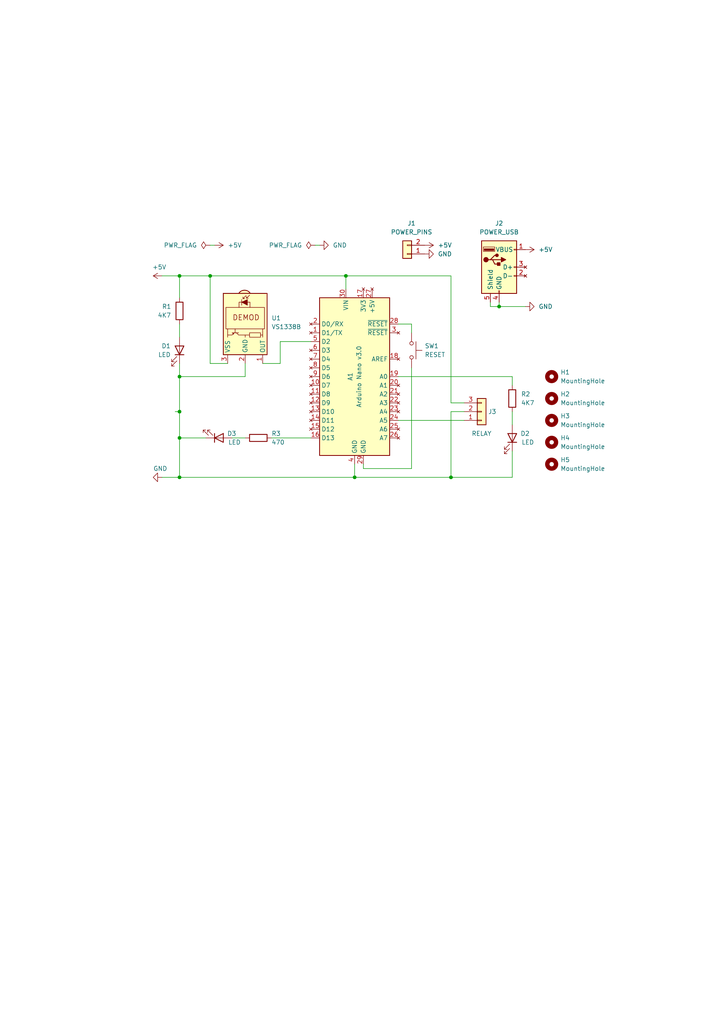
<source format=kicad_sch>
(kicad_sch (version 20211123) (generator eeschema)
  (paper "A4" portrait)
  (lib_symbols
    (symbol "Connector_Generic:Conn_01x02" (pin_names (offset 1.016) hide)
      (property "Reference" "J" (at 0 2.54 0))
      (property "Value" "Conn_01x02" (at 0 -5.08 0))
      (symbol "Conn_01x02_1_1"
        (rectangle (start -1.27 -2.413) (end 0 -2.667) (stroke (width 0.1524)))
        (rectangle (start -1.27 0.127) (end 0 -0.127) (stroke (width 0.1524)))
        (rectangle (start -1.27 1.27) (end 1.27 -3.81) (stroke (width 0.254)) (fill (type background)))
        (pin passive line (at -5.08 0 0) (length 3.81) (name "Pin_1") (number "1"))
        (pin passive line (at -5.08 -2.54 0) (length 3.81) (name "Pin_2") (number "2"))
      )
    )
    (symbol "Connector_Generic:Conn_01x03" (pin_names (offset 1.016) hide)
      (property "Reference" "J" (at 0 5.08 0))
      (property "Value" "Conn_01x03" (at 0 -5.08 0))
      (symbol "Conn_01x03_1_1"
        (rectangle (start -1.27 -2.413) (end 0 -2.667) (stroke (width 0.1524)))
        (rectangle (start -1.27 0.127) (end 0 -0.127) (stroke (width 0.1524)))
        (rectangle (start -1.27 2.667) (end 0 2.413) (stroke (width 0.1524)))
        (rectangle (start -1.27 3.81) (end 1.27 -3.81) (stroke (width 0.254)) (fill (type background)))
        (pin passive line (at -5.08 2.54 0) (length 3.81) (name "Pin_1") (number "1"))
        (pin passive line (at -5.08 0 0) (length 3.81) (name "Pin_2") (number "2"))
        (pin passive line (at -5.08 -2.54 0) (length 3.81) (name "Pin_3") (number "3"))
      )
    )
    (symbol "Custom:USB_A_OnlyPower" (pin_names (offset 1.016))
      (property "Reference" "J" (at -7.62 6.35 0))
      (property "Value" "USB_A_OnlyPower" (at -2.54 15.24 0))
      (symbol "USB_A_OnlyPower_0_1"
        (rectangle (start -5.08 -7.62) (end 5.08 7.62) (stroke (width 0.254)) (fill (type background)))
        (circle (center -3.81 2.159) (radius 0.635) (stroke (width 0.254)) (fill (type outline)))
        (rectangle (start -1.524 4.826) (end -4.318 5.334) (fill (type outline)))
        (rectangle (start -1.27 4.572) (end -4.572 5.842))
        (circle (center -0.635 3.429) (radius 0.381) (stroke (width 0.254)) (fill (type outline)))
        (rectangle (start -0.127 -7.62) (end 0.127 -6.858))
        (polyline (pts (xy -3.175 2.159) (xy -2.54 2.159) (xy -1.27 3.429) (xy -0.635 3.429)) (stroke (width 0.254)))
        (polyline (pts (xy -2.54 2.159) (xy -1.905 2.159) (xy -1.27 0.889) (xy 0 0.889)) (stroke (width 0.254)))
        (polyline (pts (xy 0.635 2.794) (xy 0.635 1.524) (xy 1.905 2.159) (xy 0.635 2.794)) (stroke (width 0.254)) (fill (type outline)))
        (rectangle (start 0.254 1.27) (end -0.508 0.508) (stroke (width 0.254)) (fill (type outline)))
        (rectangle (start 5.08 -2.667) (end 4.318 -2.413))
        (rectangle (start 5.08 -0.127) (end 4.318 0.127))
        (rectangle (start 5.08 4.953) (end 4.318 5.207))
      )
      (symbol "USB_A_OnlyPower_1_1"
        (polyline (pts (xy -1.905 2.159) (xy 0.635 2.159)) (stroke (width 0.254)))
        (pin power_in line (at 7.62 5.08 180) (length 2.54) (name "VBUS") (number "1"))
        (pin no_connect line (at 7.62 -2.54 180) (length 2.54) (name "D-") (number "2"))
        (pin no_connect line (at 7.62 0 180) (length 2.54) (name "D+") (number "3"))
        (pin power_in line (at 0 -10.16 90) (length 2.54) (name "GND") (number "4"))
        (pin passive line (at -2.54 -10.16 90) (length 2.54) (name "Shield") (number "5"))
      )
    )
    (symbol "Custom:VS1338B"
      (property "Reference" "U" (at -12.7 5.08 0))
      (property "Value" "VS1338B" (at -10.16 -7.62 0))
      (symbol "VS1338B_0_0"
        (arc (start -10.287 1.397) (mid -11.0899 -0.1905) (end -10.287 -1.778) (stroke (width 0.254)) (fill (type background)))
        (polyline (pts (xy 1.905 -5.08) (xy 0.127 -5.08)))
        (polyline (pts (xy 1.905 5.08) (xy 0.127 5.08)))
        (text "DEMOD" (at -3.175 0.254 900) (effects (font (size 1.524 1.524))))
      )
      (symbol "VS1338B_0_1"
        (rectangle (start -6.096 5.588) (end 0.127 -5.588))
        (polyline (pts (xy -8.763 0.381) (xy -9.652 1.27)))
        (polyline (pts (xy -8.763 0.381) (xy -9.271 0.381)))
        (polyline (pts (xy -8.763 0.381) (xy -8.763 0.889)))
        (polyline (pts (xy -8.636 -0.635) (xy -9.525 0.254)))
        (polyline (pts (xy -8.636 -0.635) (xy -9.144 -0.635)))
        (polyline (pts (xy -8.636 -0.635) (xy -8.636 -0.127)))
        (polyline (pts (xy -8.382 -1.016) (xy -6.731 -1.016)))
        (polyline (pts (xy 1.27 -2.921) (xy 0.127 -2.921)))
        (polyline (pts (xy 1.27 -1.905) (xy 1.27 -3.81)))
        (polyline (pts (xy 1.397 -3.556) (xy 1.524 -3.556)))
        (polyline (pts (xy 1.651 -3.556) (xy 1.524 -3.556)))
        (polyline (pts (xy 1.651 -3.556) (xy 1.651 -3.302)))
        (polyline (pts (xy 1.905 0) (xy 1.905 1.27)))
        (polyline (pts (xy 1.905 4.445) (xy 1.905 5.08) (xy 2.54 5.08)))
        (polyline (pts (xy -8.382 0.635) (xy -6.731 0.635) (xy -7.62 -1.016) (xy -8.382 0.635)) (fill (type outline)))
        (polyline (pts (xy -6.096 1.397) (xy -7.62 1.397) (xy -7.62 -1.778) (xy -6.096 -1.778)))
        (polyline (pts (xy 1.27 -3.175) (xy 1.905 -3.81) (xy 1.905 -5.08) (xy 2.54 -5.08)))
        (polyline (pts (xy 1.27 -2.54) (xy 1.905 -1.905) (xy 1.905 0) (xy 2.54 0)))
        (rectangle (start 2.54 1.27) (end 1.27 4.445))
        (rectangle (start 7.62 6.35) (end -10.16 -6.35) (stroke (width 0.254)) (fill (type background)))
      )
      (symbol "VS1338B_1_1"
        (pin output line (at 10.16 5.08 180) (length 2.54) (name "OUT") (number "1"))
        (pin power_in line (at 10.16 0 180) (length 2.54) (name "GND") (number "2"))
        (pin power_in line (at 10.16 -5.08 180) (length 2.54) (name "VSS") (number "3"))
      )
    )
    (symbol "Device:LED" (pin_numbers hide) (pin_names (offset 1.016) hide)
      (property "Reference" "D" (at 0 2.54 0))
      (property "Value" "LED" (at 0 -2.54 0))
      (symbol "LED_0_1"
        (polyline (pts (xy -1.27 -1.27) (xy -1.27 1.27)) (stroke (width 0.254)))
        (polyline (pts (xy -1.27 0) (xy 1.27 0)))
        (polyline (pts (xy 1.27 -1.27) (xy 1.27 1.27) (xy -1.27 0) (xy 1.27 -1.27)) (stroke (width 0.254)))
        (polyline (pts (xy -3.048 -0.762) (xy -4.572 -2.286) (xy -3.81 -2.286) (xy -4.572 -2.286) (xy -4.572 -1.524)))
        (polyline (pts (xy -1.778 -0.762) (xy -3.302 -2.286) (xy -2.54 -2.286) (xy -3.302 -2.286) (xy -3.302 -1.524)))
      )
      (symbol "LED_1_1"
        (pin passive line (at -3.81 0 0) (length 2.54) (name "K") (number "1"))
        (pin passive line (at 3.81 0 180) (length 2.54) (name "A") (number "2"))
      )
    )
    (symbol "Device:R" (pin_numbers hide) (pin_names (offset 0))
      (property "Reference" "R" (at 2.032 0 90))
      (property "Value" "R" (at 0 0 90))
      (symbol "R_0_1"
        (rectangle (start -1.016 -2.54) (end 1.016 2.54) (stroke (width 0.254)))
      )
      (symbol "R_1_1"
        (pin passive line (at 0 3.81 270) (length 1.27) (name "~") (number "1"))
        (pin passive line (at 0 -3.81 90) (length 1.27) (name "~") (number "2"))
      )
    )
    (symbol "MCU_Module:Arduino_Nano_v3.x"
      (property "Reference" "A1" (at -1.27 0 90))
      (property "Value" "Arduino Nano v3.0" (at 1.27 0 90))
      (symbol "Arduino_Nano_v3.x_0_1"
        (rectangle (start -10.16 22.86) (end 10.16 -22.86) (stroke (width 0.254)) (fill (type background)))
      )
      (symbol "Arduino_Nano_v3.x_1_1"
        (pin no_connect line (at -12.7 12.7 0) (length 2.54) (name "D1/TX") (number "1"))
        (pin no_connect line (at -12.7 -2.54 0) (length 2.54) (name "D7") (number "10"))
        (pin no_connect line (at -12.7 -5.08 0) (length 2.54) (name "D8") (number "11"))
        (pin no_connect line (at -12.7 -7.62 0) (length 2.54) (name "D9") (number "12"))
        (pin no_connect line (at -12.7 -10.16 0) (length 2.54) (name "D10") (number "13"))
        (pin no_connect line (at -12.7 -12.7 0) (length 2.54) (name "D11") (number "14"))
        (pin no_connect line (at -12.7 -15.24 0) (length 2.54) (name "D12") (number "15"))
        (pin bidirectional line (at -12.7 -17.78 0) (length 2.54) (name "D13") (number "16"))
        (pin no_connect line (at 2.54 25.4 270) (length 2.54) (name "3V3") (number "17"))
        (pin no_connect line (at 12.7 5.08 180) (length 2.54) (name "AREF") (number "18"))
        (pin bidirectional line (at 12.7 0 180) (length 2.54) (name "A0") (number "19"))
        (pin no_connect line (at -12.7 15.24 0) (length 2.54) (name "D0/RX") (number "2"))
        (pin no_connect line (at 12.7 -2.54 180) (length 2.54) (name "A1") (number "20"))
        (pin no_connect line (at 12.7 -5.08 180) (length 2.54) (name "A2") (number "21"))
        (pin no_connect line (at 12.7 -7.62 180) (length 2.54) (name "A3") (number "22"))
        (pin no_connect line (at 12.7 -10.16 180) (length 2.54) (name "A4") (number "23"))
        (pin bidirectional line (at 12.7 -12.7 180) (length 2.54) (name "A5") (number "24"))
        (pin no_connect line (at 12.7 -15.24 180) (length 2.54) (name "A6") (number "25"))
        (pin no_connect line (at 12.7 -17.78 180) (length 2.54) (name "A7") (number "26"))
        (pin no_connect line (at 5.08 25.4 270) (length 2.54) (name "+5V") (number "27"))
        (pin input line (at 12.7 15.24 180) (length 2.54) (name "~{RESET}") (number "28"))
        (pin input line (at 2.54 -25.4 90) (length 2.54) (name "GND") (number "29"))
        (pin no_connect line (at 12.7 12.7 180) (length 2.54) (name "~{RESET}") (number "3"))
        (pin power_in line (at -2.54 25.4 270) (length 2.54) (name "VIN") (number "30"))
        (pin power_in line (at 0 -25.4 90) (length 2.54) (name "GND") (number "4"))
        (pin bidirectional line (at -12.7 10.16 0) (length 2.54) (name "D2") (number "5"))
        (pin no_connect line (at -12.7 7.62 0) (length 2.54) (name "D3") (number "6"))
        (pin no_connect line (at -12.7 5.08 0) (length 2.54) (name "D4") (number "7"))
        (pin no_connect line (at -12.7 2.54 0) (length 2.54) (name "D5") (number "8"))
        (pin no_connect line (at -12.7 0 0) (length 2.54) (name "D6") (number "9"))
      )
    )
    (symbol "Mechanical:MountingHole" (pin_names (offset 1.016))
      (property "Reference" "H" (at 0 5.08 0))
      (property "Value" "MountingHole" (at 0 3.175 0))
      (symbol "MountingHole_0_1"
        (circle (center 0 0) (radius 1.27) (stroke (width 1.27)))
      )
    )
    (symbol "Switch:SW_Push" (pin_numbers hide) (pin_names (offset 1.016) hide)
      (property "Reference" "SW" (at 1.27 2.54 0))
      (property "Value" "SW_Push" (at 0 -1.524 0))
      (symbol "SW_Push_0_1"
        (circle (center -2.032 0) (radius 0.508))
        (polyline (pts (xy 0 1.27) (xy 0 3.048)))
        (polyline (pts (xy 2.54 1.27) (xy -2.54 1.27)))
        (circle (center 2.032 0) (radius 0.508))
        (pin passive line (at -5.08 0 0) (length 2.54) (name "1") (number "1"))
        (pin passive line (at 5.08 0 180) (length 2.54) (name "2") (number "2"))
      )
    )
    (symbol "power:+5V" (power) (pin_names (offset 0))
      (property "Value" "+5V" (at 0 3.556 0))
      (symbol "+5V_0_1"
        (polyline (pts (xy -0.762 1.27) (xy 0 2.54)))
        (polyline (pts (xy 0 0) (xy 0 2.54)))
        (polyline (pts (xy 0 2.54) (xy 0.762 1.27)))
      )
      (symbol "+5V_1_1"
        (pin power_in line (at 0 0 90) (length 0) hide (name "+5V") (number "1"))
      )
    )
    (symbol "power:GND" (power) (pin_names (offset 0))
      (property "Value" "GND" (at 0 -3.81 0))
      (symbol "GND_0_1"
        (polyline (pts (xy 0 0) (xy 0 -1.27) (xy 1.27 -1.27) (xy 0 -2.54) (xy -1.27 -1.27) (xy 0 -1.27)))
      )
      (symbol "GND_1_1"
        (pin power_in line (at 0 0 270) (length 0) hide (name "GND") (number "1"))
      )
    )
    (symbol "power:PWR_FLAG" (power) (pin_numbers hide) (pin_names (offset 0) hide)
      (property "Value" "PWR_FLAG" (at 0 3.81 0))
      (symbol "PWR_FLAG_0_0"
        (pin power_out line (at 0 0 90) (length 0) (name "pwr") (number "1"))
      )
      (symbol "PWR_FLAG_0_1"
        (polyline (pts (xy 0 0) (xy 0 1.27) (xy -1.016 1.905) (xy 0 2.54) (xy 1.016 1.905) (xy 0 1.27)))
      )
    )
  )
  (junction (at 130.81 138.43))
  (junction (at 102.87 138.43))
  (junction (at 60.96 80.01))
  (junction (at 144.78 88.9))
  (junction (at 52.07 119.38))
  (junction (at 100.33 80.01))
  (junction (at 52.07 138.43))
  (junction (at 52.07 109.22))
  (junction (at 52.07 80.01))
  (junction (at 52.07 127))
  (wire (pts (xy 52.07 80.01) (xy 60.96 80.01)))
  (wire (pts (xy 115.57 121.92) (xy 134.62 121.92)))
  (wire (pts (xy 52.07 138.43) (xy 102.87 138.43)))
  (wire (pts (xy 52.07 119.38) (xy 52.07 127)))
  (wire (pts (xy 50.8 119.38) (xy 52.07 119.38)))
  (wire (pts (xy 100.33 80.01) (xy 100.33 83.82)))
  (wire (pts (xy 52.07 127) (xy 52.07 138.43)))
  (wire (pts (xy 46.99 138.43) (xy 52.07 138.43)))
  (wire (pts (xy 152.4 88.9) (xy 144.78 88.9)))
  (wire (pts (xy 102.87 138.43) (xy 130.81 138.43)))
  (wire (pts (xy 142.24 88.9) (xy 142.24 87.63)))
  (wire (pts (xy 130.81 119.38) (xy 130.81 138.43)))
  (wire (pts (xy 134.62 119.38) (xy 130.81 119.38)))
  (wire (pts (xy 148.59 119.38) (xy 148.59 123.19)))
  (wire (pts (xy 60.96 80.01) (xy 100.33 80.01)))
  (wire (pts (xy 66.04 105.41) (xy 60.96 105.41)))
  (wire (pts (xy 52.07 93.98) (xy 52.07 97.79)))
  (wire (pts (xy 52.07 80.01) (xy 52.07 86.36)))
  (wire (pts (xy 119.38 135.89) (xy 105.41 135.89)))
  (wire (pts (xy 52.07 109.22) (xy 52.07 119.38)))
  (wire (pts (xy 92.71 71.12) (xy 91.44 71.12)))
  (wire (pts (xy 52.07 127) (xy 59.69 127)))
  (wire (pts (xy 119.38 96.52) (xy 119.38 93.98)))
  (wire (pts (xy 148.59 130.81) (xy 148.59 138.43)))
  (wire (pts (xy 81.28 99.06) (xy 90.17 99.06)))
  (wire (pts (xy 71.12 105.41) (xy 71.12 109.22)))
  (wire (pts (xy 142.24 88.9) (xy 144.78 88.9)))
  (wire (pts (xy 81.28 99.06) (xy 81.28 105.41)))
  (wire (pts (xy 71.12 127) (xy 67.31 127)))
  (wire (pts (xy 119.38 106.68) (xy 119.38 135.89)))
  (wire (pts (xy 60.96 71.12) (xy 62.23 71.12)))
  (wire (pts (xy 115.57 93.98) (xy 119.38 93.98)))
  (wire (pts (xy 52.07 105.41) (xy 52.07 109.22)))
  (wire (pts (xy 102.87 134.62) (xy 102.87 138.43)))
  (wire (pts (xy 130.81 138.43) (xy 148.59 138.43)))
  (wire (pts (xy 148.59 109.22) (xy 148.59 111.76)))
  (wire (pts (xy 134.62 116.84) (xy 130.81 116.84)))
  (wire (pts (xy 52.07 109.22) (xy 71.12 109.22)))
  (wire (pts (xy 100.33 80.01) (xy 130.81 80.01)))
  (wire (pts (xy 46.99 80.01) (xy 52.07 80.01)))
  (wire (pts (xy 60.96 80.01) (xy 60.96 105.41)))
  (wire (pts (xy 78.74 127) (xy 90.17 127)))
  (wire (pts (xy 115.57 109.22) (xy 148.59 109.22)))
  (wire (pts (xy 144.78 88.9) (xy 144.78 87.63)))
  (wire (pts (xy 130.81 80.01) (xy 130.81 116.84)))
  (wire (pts (xy 105.41 134.62) (xy 105.41 135.89)))
  (wire (pts (xy 76.2 105.41) (xy 81.28 105.41)))
  (symbol (lib_id "MCU_Module:Arduino_Nano_v3.x") (at 102.87 109.22 0) (unit 1)
    (property "Reference" "A1" (at 101.6 109.22 90))
    (property "Value" "Arduino Nano v3.0" (at 104.14 109.22 90))
    (property "Footprint" "Module:Arduino_Nano" (effects hide))
    (property "Datasheet" "http://www.mouser.com/pdfdocs/Gravitech_Arduino_Nano3_0.pdf" (effects hide))
  )
  (symbol (lib_id "Device:R") (at 52.07 90.17 0) (unit 1)
    (property "Reference" "R1" (at 46.99 88.9 0) (effects (justify left)))
    (property "Value" "4K7" (at 45.72 91.44 0) (effects (justify left)))
    (property "Footprint" "Resistor_THT:R_Axial_DIN0207_L6.3mm_D2.5mm_P10.16mm_Horizontal" (effects hide))
  )
  (symbol (lib_id "power:GND") (at 123.19 73.66 90) (unit 1)
    (property "Reference" "#PWR010" (effects hide))
    (property "Value" "GND" (at 127 73.6599 90) (effects (justify right)))
  )
  (symbol (lib_id "power:PWR_FLAG") (at 60.96 71.12 90) (unit 1)
    (property "Reference" "#FLG01" (effects hide))
    (property "Value" "PWR_FLAG" (at 57.15 71.1199 90) (effects (justify left)))
  )
  (symbol (lib_id "power:PWR_FLAG") (at 91.44 71.12 90) (unit 1)
    (property "Reference" "#FLG03" (effects hide))
    (property "Value" "PWR_FLAG" (at 87.63 71.1199 90) (effects (justify left)))
  )
  (symbol (lib_id "Mechanical:MountingHole") (at 160.02 128.27 0) (unit 1)
    (property "Reference" "H4" (at 162.56 126.9999 0) (effects (justify left)))
    (property "Value" "MountingHole" (at 162.56 129.5399 0) (effects (justify left)))
    (property "Footprint" "MountingHole:MountingHole_2.1mm" (effects hide))
  )
  (symbol (lib_id "Device:LED") (at 63.5 127 0) (mirror x) (unit 1)
    (property "Reference" "D3" (at 68.58 125.73 0) (effects (justify right)))
    (property "Value" "LED" (at 69.85 128.27 0) (effects (justify right)))
    (property "Footprint" "LED_THT:LED_D5.0mm" (effects hide))
  )
  (symbol (lib_id "Mechanical:MountingHole") (at 160.02 134.62 0) (unit 1)
    (property "Reference" "H5" (at 162.56 133.3499 0) (effects (justify left)))
    (property "Value" "MountingHole" (at 162.56 135.8899 0) (effects (justify left)))
    (property "Footprint" "MountingHole:MountingHole_2.1mm" (effects hide))
  )
  (symbol (lib_id "Device:LED") (at 52.07 101.6 270) (mirror x) (unit 1)
    (property "Reference" "D1" (at 49.53 100.33 90) (effects (justify right)))
    (property "Value" "LED" (at 49.53 102.87 90) (effects (justify right)))
    (property "Footprint" "LED_THT:LED_D5.0mm" (effects hide))
  )
  (symbol (lib_id "Custom:VS1338B") (at 71.12 95.25 270) (unit 1)
    (property "Reference" "U1" (at 78.74 92.2449 90) (effects (justify left)))
    (property "Value" "VS1338B" (at 78.74 94.7849 90) (effects (justify left)))
    (property "Footprint" "OptoDevice:Vishay_MINICAST-3Pin" (effects hide))
    (property "Datasheet" "Datasheet not available" (effects hide))
  )
  (symbol (lib_id "power:GND") (at 152.4 88.9 90) (unit 1)
    (property "Reference" "#PWR05" (effects hide))
    (property "Value" "GND" (at 156.21 88.8999 90) (effects (justify right)))
  )
  (symbol (lib_id "power:+5V") (at 123.19 71.12 270) (unit 1)
    (property "Reference" "#PWR09" (effects hide))
    (property "Value" "+5V" (at 127 71.1199 90) (effects (justify left)))
  )
  (symbol (lib_id "power:+5V") (at 152.4 72.39 270) (unit 1)
    (property "Reference" "#PWR03" (effects hide))
    (property "Value" "+5V" (at 156.21 72.3899 90) (effects (justify left)))
  )
  (symbol (lib_id "power:GND") (at 92.71 71.12 90) (unit 1)
    (property "Reference" "#PWR06" (effects hide))
    (property "Value" "GND" (at 96.52 71.1199 90) (effects (justify right)))
  )
  (symbol (lib_id "power:GND") (at 46.99 138.43 270) (unit 1)
    (property "Reference" "#PWR02" (effects hide))
    (property "Value" "GND" (at 44.45 135.89 90) (effects (justify left)))
  )
  (symbol (lib_id "Connector_Generic:Conn_01x03") (at 139.7 119.38 0) (mirror x) (unit 1)
    (property "Reference" "J3" (at 142.79 119.38 0))
    (property "Value" "RELAY" (at 139.7 125.73 0))
    (property "Footprint" "Connector_PinHeader_2.54mm:PinHeader_1x03_P2.54mm_Horizontal" (effects hide))
  )
  (symbol (lib_id "Device:R") (at 148.59 115.57 0) (unit 1)
    (property "Reference" "R2" (at 151.13 114.3 0) (effects (justify left)))
    (property "Value" "4K7" (at 151.13 116.84 0) (effects (justify left)))
    (property "Footprint" "Resistor_THT:R_Axial_DIN0207_L6.3mm_D2.5mm_P10.16mm_Horizontal" (effects hide))
  )
  (symbol (lib_id "Custom:USB_A_OnlyPower") (at 144.78 77.47 0) (unit 1)
    (property "Reference" "J2" (at 144.78 64.77 0))
    (property "Value" "POWER_USB" (at 144.78 67.31 0))
    (property "Footprint" "Connector_USB:USB_A_Molex_67643_Horizontal" (effects hide))
    (property "Datasheet" "Datasheet not available" (effects hide))
  )
  (symbol (lib_id "Connector_Generic:Conn_01x02") (at 118.11 73.66 180) (unit 1)
    (property "Reference" "J1" (at 119.38 64.77 0))
    (property "Value" "POWER_PINS" (at 119.38 67.31 0))
    (property "Footprint" "Connector_PinHeader_2.54mm:PinHeader_1x02_P2.54mm_Horizontal" (effects hide))
  )
  (symbol (lib_id "Switch:SW_Push") (at 119.38 101.6 270) (unit 1)
    (property "Reference" "SW1" (at 123.19 100.3299 90) (effects (justify left)))
    (property "Value" "RESET" (at 123.19 102.8699 90) (effects (justify left)))
    (property "Footprint" "Button_Switch_THT:SW_PUSH-12mm" (effects hide))
  )
  (symbol (lib_id "power:+5V") (at 46.99 80.01 90) (unit 1)
    (property "Reference" "#PWR01" (effects hide))
    (property "Value" "+5V" (at 48.26 77.47 90) (effects (justify left)))
  )
  (symbol (lib_id "power:+5V") (at 62.23 71.12 270) (unit 1)
    (property "Reference" "#PWR04" (effects hide))
    (property "Value" "+5V" (at 66.04 71.1199 90) (effects (justify left)))
  )
  (symbol (lib_id "Device:LED") (at 148.59 127 270) (mirror x) (unit 1)
    (property "Reference" "D2" (at 153.67 125.73 90) (effects (justify right)))
    (property "Value" "LED" (at 154.94 128.27 90) (effects (justify right)))
    (property "Footprint" "LED_THT:LED_D5.0mm" (effects hide))
  )
  (symbol (lib_id "Device:R") (at 74.93 127 270) (unit 1)
    (property "Reference" "R3" (at 78.74 125.73 90) (effects (justify left)))
    (property "Value" "470" (at 78.74 128.27 90) (effects (justify left)))
    (property "Footprint" "Resistor_THT:R_Axial_DIN0207_L6.3mm_D2.5mm_P10.16mm_Horizontal" (effects hide))
  )
  (symbol (lib_id "Mechanical:MountingHole") (at 160.02 115.57 0) (unit 1)
    (property "Reference" "H2" (at 162.56 114.2999 0) (effects (justify left)))
    (property "Value" "MountingHole" (at 162.56 116.8399 0) (effects (justify left)))
    (property "Footprint" "MountingHole:MountingHole_2.1mm" (effects hide))
  )
  (symbol (lib_id "Mechanical:MountingHole") (at 160.02 121.92 0) (unit 1)
    (property "Reference" "H3" (at 162.56 120.6499 0) (effects (justify left)))
    (property "Value" "MountingHole" (at 162.56 123.1899 0) (effects (justify left)))
    (property "Footprint" "MountingHole:MountingHole_2.1mm" (effects hide))
  )
  (symbol (lib_id "Mechanical:MountingHole") (at 160.02 109.22 0) (unit 1)
    (property "Reference" "H1" (at 162.56 107.9499 0) (effects (justify left)))
    (property "Value" "MountingHole" (at 162.56 110.4899 0) (effects (justify left)))
    (property "Footprint" "MountingHole:MountingHole_2.1mm" (effects hide))
  )
)
</source>
